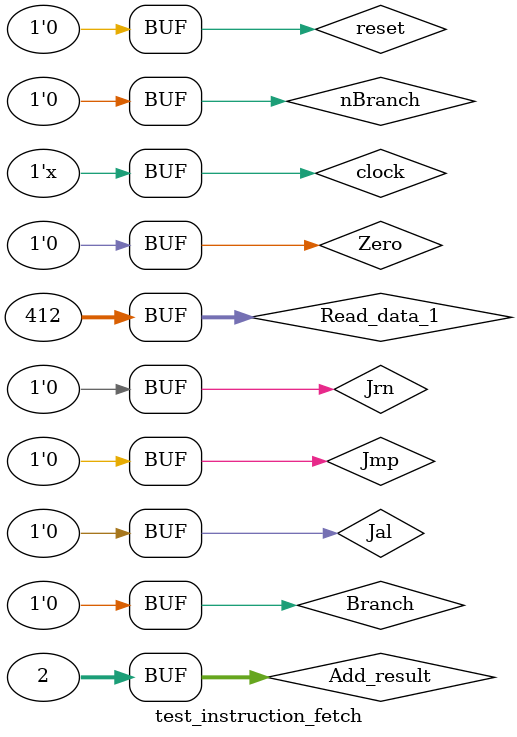
<source format=v>
`timescale 1ns / 1ps


module test_instruction_fetch(

    );
    // input
    reg[31:0]  Add_result = 32'h00000000;
    reg[31:0]  Read_data_1 = 32'h00000000;
    reg        Branch = 1'b0;
    reg        nBranch = 1'b0;
    reg        Jmp = 1'b0;
    reg        Jal = 1'b0;
    reg        Jrn = 1'b0;
    reg        Zero = 1'b0;
    reg        clock = 1'b0,reset = 1'b1;

    // output
    wire[31:0] Instruction;            // ï¿½ï¿½ï¿½Ö¸ï¿½ï¿?
    wire[31:0] PC_plus_4_out;
    wire[31:0] opcplus4;
        
    instruction_fetch Uifetch(
        clock, reset,
        Instruction,
        PC_plus_4_out,
        opcplus4,
        Add_result,
        Read_data_1,
        Branch,
        nBranch,
        Jmp,
        Jal,
        Jrn,
        Zero
    );

    initial begin
        #99   reset = 1'b0;
        #100   Jal = 1;
        #100   begin Jrn = 1;Jal = 0; Read_data_1 = 32'h0000019c;end
        #100   begin Jrn = 0;Branch = 1'b1; Zero = 1'b1; Add_result = 32'h00000002;end   
        #100   begin Branch = 1'b0; Zero = 1'b0; end     
    end
    always #50 clock = ~clock;            
endmodule

</source>
